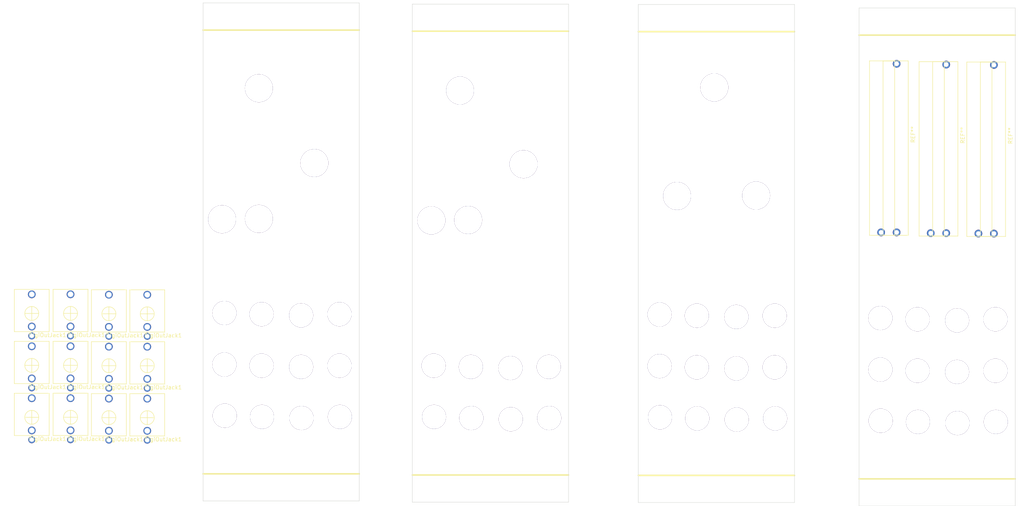
<source format=kicad_pcb>
(kicad_pcb (version 20211014) (generator pcbnew)
  (layers (0 "F.Cu" signal) (31 "B.Cu" signal) (34 "B.Paste" user) (35 "F.Paste" user) (36 "B.SilkS" user "B.Silkscreen") (37 "F.SilkS" user "F.Silkscreen") (38 "B.Mask" user) (39 "F.Mask" user) (44 "Edge.Cuts" user))
  (net 0 "")
  (footprint "Eurocad:Tayda A-1629 Slide Pot_30mm" (layer "F.Cu") (at 248 54.1 90)
    (fp_text reference "REF**" (at 3.75 6 90) (layer "F.SilkS"))
    (fp_text value "Tayda A-1629 Slide Pot_30mm")
    (fp_line (start -22.25 4.75) (end 22.75 4.75) (layer "F.SilkS") (width 0.15))
    (fp_line (start -22.25 -5.25) (end -22.25 4.75) (layer "F.SilkS") (width 0.15))
    (fp_line (start 22.75 -5.25) (end -22.25 -5.25) (layer "F.SilkS") (width 0.15))
    (fp_line (start 22.75 1.25) (end -22.25 1.25) (layer "F.SilkS") (width 0.15))
    (fp_line (start 22.75 4.75) (end 22.75 -5.25) (layer "F.SilkS") (width 0.15))
    (fp_line (start -22.25 -1.75) (end 22.75 -1.75) (layer "F.SilkS") (width 0.15))
    (fp_line (start 22.75 -1.75) (end 22.75 1.25) (layer "F.SilkS") (width 0.15))
    (fp_line (start -22.25 1.25) (end -22.25 -1.75) (layer "F.SilkS") (width 0.15))
    (pad "1" thru_hole circle locked (at -21.5 1.75 90) (size 2 2) (drill 1.2) (layers *.Cu *.Mask))
    (pad "2" thru_hole circle locked (at -21.5 -2.25 90) (size 2 2) (drill 1.2) (layers *.Cu *.Mask))
    (pad "3" thru_hole circle locked (at 22 1.75 90) (size 2 2) (drill 1.2) (layers *.Cu *.Mask))
  )
  (footprint "Eurocad:PJ301M-12_Compact" (layer "F.Cu") (at 33.7 96.4)
    (fp_text reference "DigiOutJack1" (at 4.064 5.588) (layer "F.SilkS"))
    (fp_text value "PJ301M-12_Compact")
    (fp_line (start -4.5 -6.2) (end 4.5 -6.2) (layer "F.SilkS") (width 0.15))
    (fp_line (start -4.5 -6.2) (end -4.5 4.7) (layer "F.SilkS") (width 0.15))
    (fp_line (start 4.5 -6.2) (end 4.5 4.7) (layer "F.SilkS") (width 0.15))
    (fp_line (start -4.5 4.7) (end 4.5 4.7) (layer "F.SilkS") (width 0.15))
    (fp_line (start 0 -1.8) (end 0 1.8) (layer "F.SilkS") (width 0.15))
    (fp_line (start -1.8 0) (end 1.8 0) (layer "F.SilkS") (width 0.15))
    (fp_circle (center 0 0) (end 1.8 0) (layer "F.SilkS") (width 0.15) (fill none))
    (pad "1" thru_hole circle locked (at 0 5.8) (size 1.8 1.8) (drill 1.1) (layers *.Cu *.Mask))
    (pad "2" thru_hole circle locked (at 0 3.38) (size 2 2) (drill 1.4) (layers *.Cu *.Mask))
    (pad "3" thru_hole circle locked (at 0 -4.92) (size 2 2) (drill 1.4) (layers *.Cu *.Mask))
  )
  (footprint "Eurocad:Tayda A-1629 Slide Pot_30mm" (layer "F.Cu") (at 260.3 54.2 90)
    (fp_text reference "REF**" (at 3.75 6 90) (layer "F.SilkS"))
    (fp_text value "Tayda A-1629 Slide Pot_30mm")
    (fp_line (start -22.25 4.75) (end 22.75 4.75) (layer "F.SilkS") (width 0.15))
    (fp_line (start -22.25 -5.25) (end -22.25 4.75) (layer "F.SilkS") (width 0.15))
    (fp_line (start 22.75 -5.25) (end -22.25 -5.25) (layer "F.SilkS") (width 0.15))
    (fp_line (start 22.75 1.25) (end -22.25 1.25) (layer "F.SilkS") (width 0.15))
    (fp_line (start 22.75 4.75) (end 22.75 -5.25) (layer "F.SilkS") (width 0.15))
    (fp_line (start -22.25 -1.75) (end 22.75 -1.75) (layer "F.SilkS") (width 0.15))
    (fp_line (start 22.75 -1.75) (end 22.75 1.25) (layer "F.SilkS") (width 0.15))
    (fp_line (start -22.25 1.25) (end -22.25 -1.75) (layer "F.SilkS") (width 0.15))
    (pad "1" thru_hole circle locked (at -21.5 1.75 90) (size 2 2) (drill 1.2) (layers *.Cu *.Mask))
    (pad "2" thru_hole circle locked (at -21.5 -2.25 90) (size 2 2) (drill 1.2) (layers *.Cu *.Mask))
    (pad "3" thru_hole circle locked (at 22 1.75 90) (size 2 2) (drill 1.2) (layers *.Cu *.Mask))
  )
  (footprint "Eurocad:Eurorack_jack_hole" (layer "F.Cu") (at 185.5 123.4)
    (fp_text reference "Ref**" hide)
    (fp_text value "Eurorack jack hole")
    (pad "1" thru_hole circle locked (at 0 0) (size 6.2 6.2) (drill 6.2) (layers *.Cu *.Mask))
  )
  (footprint "Eurocad:Eurorack_jack_hole" (layer "F.Cu") (at 175.9 123.1)
    (fp_text reference "Ref**" hide)
    (fp_text value "Eurorack jack hole")
    (pad "1" thru_hole circle locked (at 0 0) (size 6.2 6.2) (drill 6.2) (layers *.Cu *.Mask))
  )
  (footprint "Eurocad:Eurorack_jack_hole" (layer "F.Cu") (at 242.35 111.1)
    (fp_text reference "Ref**" hide)
    (fp_text value "Eurorack jack hole")
    (pad "1" thru_hole circle locked (at 0 0) (size 6.2 6.2) (drill 6.2) (layers *.Cu *.Mask))
  )
  (footprint "Eurocad:Eurorack_jack_hole" (layer "F.Cu") (at 195.6 110.5)
    (fp_text reference "Ref**" hide)
    (fp_text value "Eurorack jack hole")
    (pad "1" thru_hole circle locked (at 0 0) (size 6.2 6.2) (drill 6.2) (layers *.Cu *.Mask))
  )
  (footprint "Eurocad:Eurorack_jack_hole" (layer "F.Cu") (at 83.3 96.8)
    (fp_text reference "Ref**" hide)
    (fp_text value "Eurorack jack hole")
    (pad "1" thru_hole circle locked (at 0 0) (size 6.2 6.2) (drill 6.2) (layers *.Cu *.Mask))
  )
  (footprint "Eurocad:Pothole_MXR_white" (layer "F.Cu") (at 124.3 38.8)
    (fp_text reference "Ref**" hide)
    (fp_text value "Pothole_MXR_white")
    (pad "1" thru_hole circle (at 0 0) (size 7.2 7.2) (drill 7.2) (layers *.Cu *.Mask))
  )
  (footprint "Eurocad:Tayda A-1629 Slide Pot_30mm" (layer "F.Cu") (at 235.2 53.9 90)
    (fp_text reference "REF**" (at 3.75 6 90) (layer "F.SilkS"))
    (fp_text value "Tayda A-1629 Slide Pot_30mm")
    (fp_line (start -22.25 4.75) (end 22.75 4.75) (layer "F.SilkS") (width 0.15))
    (fp_line (start -22.25 -5.25) (end -22.25 4.75) (layer "F.SilkS") (width 0.15))
    (fp_line (start 22.75 -5.25) (end -22.25 -5.25) (layer "F.SilkS") (width 0.15))
    (fp_line (start 22.75 1.25) (end -22.25 1.25) (layer "F.SilkS") (width 0.15))
    (fp_line (start 22.75 4.75) (end 22.75 -5.25) (layer "F.SilkS") (width 0.15))
    (fp_line (start -22.25 -1.75) (end 22.75 -1.75) (layer "F.SilkS") (width 0.15))
    (fp_line (start 22.75 -1.75) (end 22.75 1.25) (layer "F.SilkS") (width 0.15))
    (fp_line (start -22.25 1.25) (end -22.25 -1.75) (layer "F.SilkS") (width 0.15))
    (pad "1" thru_hole circle locked (at -21.5 1.75 90) (size 2 2) (drill 1.2) (layers *.Cu *.Mask))
    (pad "2" thru_hole circle locked (at -21.5 -2.25 90) (size 2 2) (drill 1.2) (layers *.Cu *.Mask))
    (pad "3" thru_hole circle locked (at 22 1.75 90) (size 2 2) (drill 1.2) (layers *.Cu *.Mask))
  )
  (footprint "Eurocad:Pothole_trimmer" (layer "F.Cu") (at 62.9 72)
    (fp_text reference "Ref**" hide)
    (fp_text value "Pothole_trimmer")
    (pad "1" thru_hole circle (at 0 0) (size 7.2 7.2) (drill 7.2) (layers *.Cu *.Mask))
  )
  (footprint "Eurocad:Eurorack_jack_hole" (layer "F.Cu") (at 63.6 122.7)
    (fp_text reference "Ref**" hide)
    (fp_text value "Eurorack jack hole")
    (pad "1" thru_hole circle locked (at 0 0) (size 6.2 6.2) (drill 6.2) (layers *.Cu *.Mask))
  )
  (footprint "Eurocad:Pothole_trimmer" (layer "F.Cu") (at 126.4 72.2)
    (fp_text reference "Ref**" hide)
    (fp_text value "Pothole_trimmer")
    (pad "1" thru_hole circle (at 0 0) (size 7.2 7.2) (drill 7.2) (layers *.Cu *.Mask))
  )
  (footprint "Eurocad:Eurorack_jack_hole" (layer "F.Cu") (at 185.4 96.9)
    (fp_text reference "Ref**" hide)
    (fp_text value "Eurorack jack hole")
    (pad "1" thru_hole circle locked (at 0 0) (size 6.2 6.2) (drill 6.2) (layers *.Cu *.Mask))
  )
  (footprint "Eurocad:PJ301M-12_Compact" (layer "F.Cu") (at 43.6 96.4125)
    (fp_text reference "DigiOutJack1" (at 4.064 5.588) (layer "F.SilkS"))
    (fp_text value "PJ301M-12_Compact")
    (fp_line (start -4.5 -6.2) (end 4.5 -6.2) (layer "F.SilkS") (width 0.15))
    (fp_line (start -4.5 -6.2) (end -4.5 4.7) (layer "F.SilkS") (width 0.15))
    (fp_line (start 4.5 -6.2) (end 4.5 4.7) (layer "F.SilkS") (width 0.15))
    (fp_line (start -4.5 4.7) (end 4.5 4.7) (layer "F.SilkS") (width 0.15))
    (fp_line (start 0 -1.8) (end 0 1.8) (layer "F.SilkS") (width 0.15))
    (fp_line (start -1.8 0) (end 1.8 0) (layer "F.SilkS") (width 0.15))
    (fp_circle (center 0 0) (end 1.8 0) (layer "F.SilkS") (width 0.15) (fill none))
    (pad "1" thru_hole circle locked (at 0 5.8) (size 1.8 1.8) (drill 1.1) (layers *.Cu *.Mask))
    (pad "2" thru_hole circle locked (at 0 3.38) (size 2 2) (drill 1.4) (layers *.Cu *.Mask))
    (pad "3" thru_hole circle locked (at 0 -4.92) (size 2 2) (drill 1.4) (layers *.Cu *.Mask))
  )
  (footprint "Eurocad:Eurorack_jack_hole" (layer "F.Cu") (at 137.4 123.6)
    (fp_text reference "Ref**" hide)
    (fp_text value "Eurorack jack hole")
    (pad "1" thru_hole circle locked (at 0 0) (size 6.2 6.2) (drill 6.2) (layers *.Cu *.Mask))
  )
  (footprint "Eurocad:Eurorack_jack_hole" (layer "F.Cu") (at 73.1 109.8)
    (fp_text reference "Ref**" hide)
    (fp_text value "Eurorack jack hole")
    (pad "1" thru_hole circle locked (at 0 0) (size 6.2 6.2) (drill 6.2) (layers *.Cu *.Mask))
  )
  (footprint "Eurocad:Eurorack_jack_hole" (layer "F.Cu") (at 175.8 96.6)
    (fp_text reference "Ref**" hide)
    (fp_text value "Eurorack jack hole")
    (pad "1" thru_hole circle locked (at 0 0) (size 6.2 6.2) (drill 6.2) (layers *.Cu *.Mask))
  )
  (footprint "Eurocad:Eurorack_jack_hole" (layer "F.Cu") (at 232.75 97.5)
    (fp_text reference "Ref**" hide)
    (fp_text value "Eurorack jack hole")
    (pad "1" thru_hole circle locked (at 0 0) (size 6.2 6.2) (drill 6.2) (layers *.Cu *.Mask))
  )
  (footprint "Eurocad:Eurorack_jack_hole" (layer "F.Cu") (at 137.3 110.4)
    (fp_text reference "Ref**" hide)
    (fp_text value "Eurorack jack hole")
    (pad "1" thru_hole circle locked (at 0 0) (size 6.2 6.2) (drill 6.2) (layers *.Cu *.Mask))
  )
  (footprint "Eurocad:Eurorack_jack_hole" (layer "F.Cu") (at 242.45 124.3)
    (fp_text reference "Ref**" hide)
    (fp_text value "Eurorack jack hole")
    (pad "1" thru_hole circle locked (at 0 0) (size 6.2 6.2) (drill 6.2) (layers *.Cu *.Mask))
  )
  (footprint "Eurocad:PJ301M-12_Compact" (layer "F.Cu") (at 13.8 96.3125)
    (fp_text reference "DigiOutJack1" (at 4.064 5.588) (layer "F.SilkS"))
    (fp_text value "PJ301M-12_Compact")
    (fp_line (start -4.5 -6.2) (end 4.5 -6.2) (layer "F.SilkS") (width 0.15))
    (fp_line (start -4.5 -6.2) (end -4.5 4.7) (layer "F.SilkS") (width 0.15))
    (fp_line (start 4.5 -6.2) (end 4.5 4.7) (layer "F.SilkS") (width 0.15))
    (fp_line (start -4.5 4.7) (end 4.5 4.7) (layer "F.SilkS") (width 0.15))
    (fp_line (start 0 -1.8) (end 0 1.8) (layer "F.SilkS") (width 0.15))
    (fp_line (start -1.8 0) (end 1.8 0) (layer "F.SilkS") (width 0.15))
    (fp_circle (center 0 0) (end 1.8 0) (layer "F.SilkS") (width 0.15) (fill none))
    (pad "1" thru_hole circle locked (at 0 5.8) (size 1.8 1.8) (drill 1.1) (layers *.Cu *.Mask))
    (pad "2" thru_hole circle locked (at 0 3.38) (size 2 2) (drill 1.4) (layers *.Cu *.Mask))
    (pad "3" thru_hole circle locked (at 0 -4.92) (size 2 2) (drill 1.4) (layers *.Cu *.Mask))
  )
  (footprint "Eurocad:Eurorack_jack_hole" (layer "F.Cu") (at 252.55 98.1)
    (fp_text reference "Ref**" hide)
    (fp_text value "Eurorack jack hole")
    (pad "1" thru_hole circle locked (at 0 0) (size 6.2 6.2) (drill 6.2) (layers *.Cu *.Mask))
  )
  (footprint "Eurocad:Pothole_Davies1900H_white" (layer "F.Cu") (at 200.7 65.9)
    (fp_text reference "Ref**" hide)
    (fp_text value "Pothole_Davies1900H_white")
    (pad "1" thru_hole circle (at 0 0) (size 7.2 7.2) (drill 7.2) (layers *.Cu *.Mask))
  )
  (footprint "Eurocad:Pothole_trimmer" (layer "F.Cu") (at 72.4 71.9)
    (fp_text reference "Ref**" hide)
    (fp_text value "Pothole_trimmer")
    (pad "1" thru_hole circle (at 0 0) (size 7.2 7.2) (drill 7.2) (layers *.Cu *.Mask))
  )
  (footprint "Eurocad:Eurorack_jack_hole" (layer "F.Cu") (at 93.3 123)
    (fp_text reference "Ref**" hide)
    (fp_text value "Eurorack jack hole")
    (pad "1" thru_hole circle locked (at 0 0) (size 6.2 6.2) (drill 6.2) (layers *.Cu *.Mask))
  )
  (footprint "Eurocad:Eurorack_jack_hole" (layer "F.Cu") (at 175.8 109.9)
    (fp_text reference "Ref**" hide)
    (fp_text value "Eurorack jack hole")
    (pad "1" thru_hole circle locked (at 0 0) (size 6.2 6.2) (drill 6.2) (layers *.Cu *.Mask))
  )
  (footprint "Eurocad:Pothole_MXR_white" (layer "F.Cu") (at 72.4 38.2)
    (fp_text reference "Ref**" hide)
    (fp_text value "Pothole_MXR_white")
    (pad "1" thru_hole circle (at 0 0) (size 7.2 7.2) (drill 7.2) (layers *.Cu *.Mask))
  )
  (footprint "Eurocad:PJ301M-12_Compact" (layer "F.Cu") (at 33.7 123.2)
    (fp_text reference "DigiOutJack1" (at 4.064 5.588) (layer "F.SilkS"))
    (fp_text value "PJ301M-12_Compact")
    (fp_line (start -4.5 -6.2) (end 4.5 -6.2) (layer "F.SilkS") (width 0.15))
    (fp_line (start -4.5 -6.2) (end -4.5 4.7) (layer "F.SilkS") (width 0.15))
    (fp_line (start 4.5 -6.2) (end 4.5 4.7) (layer "F.SilkS") (width 0.15))
    (fp_line (start -4.5 4.7) (end 4.5 4.7) (layer "F.SilkS") (width 0.15))
    (fp_line (start 0 -1.8) (end 0 1.8) (layer "F.SilkS") (width 0.15))
    (fp_line (start -1.8 0) (end 1.8 0) (layer "F.SilkS") (width 0.15))
    (fp_circle (center 0 0) (end 1.8 0) (layer "F.SilkS") (width 0.15) (fill none))
    (pad "1" thru_hole circle locked (at 0 5.8) (size 1.8 1.8) (drill 1.1) (layers *.Cu *.Mask))
    (pad "2" thru_hole circle locked (at 0 3.38) (size 2 2) (drill 1.4) (layers *.Cu *.Mask))
    (pad "3" thru_hole circle locked (at 0 -4.92) (size 2 2) (drill 1.4) (layers *.Cu *.Mask))
  )
  (footprint "Eurocad:Eurorack_jack_hole" (layer "F.Cu") (at 195.7 123.7)
    (fp_text reference "Ref**" hide)
    (fp_text value "Eurorack jack hole")
    (pad "1" thru_hole circle locked (at 0 0) (size 6.2 6.2) (drill 6.2) (layers *.Cu *.Mask))
  )
  (footprint "Eurocad:PJ301M-12_Compact" (layer "F.Cu") (at 33.7 109.8)
    (fp_text reference "DigiOutJack1" (at 4.064 5.588) (layer "F.SilkS"))
    (fp_text value "PJ301M-12_Compact")
    (fp_line (start -4.5 -6.2) (end 4.5 -6.2) (layer "F.SilkS") (width 0.15))
    (fp_line (start -4.5 -6.2) (end -4.5 4.7) (layer "F.SilkS") (width 0.15))
    (fp_line (start 4.5 -6.2) (end 4.5 4.7) (layer "F.SilkS") (width 0.15))
    (fp_line (start -4.5 4.7) (end 4.5 4.7) (layer "F.SilkS") (width 0.15))
    (fp_line (start 0 -1.8) (end 0 1.8) (layer "F.SilkS") (width 0.15))
    (fp_line (start -1.8 0) (end 1.8 0) (layer "F.SilkS") (width 0.15))
    (fp_circle (center 0 0) (end 1.8 0) (layer "F.SilkS") (width 0.15) (fill none))
    (pad "1" thru_hole circle locked (at 0 5.8) (size 1.8 1.8) (drill 1.1) (layers *.Cu *.Mask))
    (pad "2" thru_hole circle locked (at 0 3.38) (size 2 2) (drill 1.4) (layers *.Cu *.Mask))
    (pad "3" thru_hole circle locked (at 0 -4.92) (size 2 2) (drill 1.4) (layers *.Cu *.Mask))
  )
  (footprint "Eurocad:PJ301M-12_Compact" (layer "F.Cu") (at 13.8 109.7125)
    (fp_text reference "DigiOutJack1" (at 4.064 5.588) (layer "F.SilkS"))
    (fp_text value "PJ301M-12_Compact")
    (fp_line (start -4.5 -6.2) (end 4.5 -6.2) (layer "F.SilkS") (width 0.15))
    (fp_line (start -4.5 -6.2) (end -4.5 4.7) (layer "F.SilkS") (width 0.15))
    (fp_line (start 4.5 -6.2) (end 4.5 4.7) (layer "F.SilkS") (width 0.15))
    (fp_line (start -4.5 4.7) (end 4.5 4.7) (layer "F.SilkS") (width 0.15))
    (fp_line (start 0 -1.8) (end 0 1.8) (layer "F.SilkS") (width 0.15))
    (fp_line (start -1.8 0) (end 1.8 0) (layer "F.SilkS") (width 0.15))
    (fp_circle (center 0 0) (end 1.8 0) (layer "F.SilkS") (width 0.15) (fill none))
    (pad "1" thru_hole circle locked (at 0 5.8) (size 1.8 1.8) (drill 1.1) (layers *.Cu *.Mask))
    (pad "2" thru_hole circle locked (at 0 3.38) (size 2 2) (drill 1.4) (layers *.Cu *.Mask))
    (pad "3" thru_hole circle locked (at 0 -4.92) (size 2 2) (drill 1.4) (layers *.Cu *.Mask))
  )
  (footprint "Eurocad:PJ301M-12_Compact" (layer "F.Cu") (at 43.6 109.8125)
    (fp_text reference "DigiOutJack1" (at 4.064 5.588) (layer "F.SilkS"))
    (fp_text value "PJ301M-12_Compact")
    (fp_line (start -4.5 -6.2) (end 4.5 -6.2) (layer "F.SilkS") (width 0.15))
    (fp_line (start -4.5 -6.2) (end -4.5 4.7) (layer "F.SilkS") (width 0.15))
    (fp_line (start 4.5 -6.2) (end 4.5 4.7) (layer "F.SilkS") (width 0.15))
    (fp_line (start -4.5 4.7) (end 4.5 4.7) (layer "F.SilkS") (width 0.15))
    (fp_line (start 0 -1.8) (end 0 1.8) (layer "F.SilkS") (width 0.15))
    (fp_line (start -1.8 0) (end 1.8 0) (layer "F.SilkS") (width 0.15))
    (fp_circle (center 0 0) (end 1.8 0) (layer "F.SilkS") (width 0.15) (fill none))
    (pad "1" thru_hole circle locked (at 0 5.8) (size 1.8 1.8) (drill 1.1) (layers *.Cu *.Mask))
    (pad "2" thru_hole circle locked (at 0 3.38) (size 2 2) (drill 1.4) (layers *.Cu *.Mask))
    (pad "3" thru_hole circle locked (at 0 -4.92) (size 2 2) (drill 1.4) (layers *.Cu *.Mask))
  )
  (footprint "Eurocad:Eurorack_jack_hole" (layer "F.Cu") (at 262.45 97.8)
    (fp_text reference "Ref**" hide)
    (fp_text value "Eurorack jack hole")
    (pad "1" thru_hole circle locked (at 0 0) (size 6.2 6.2) (drill 6.2) (layers *.Cu *.Mask))
  )
  (footprint "Eurocad:Eurorack_jack_hole" (layer "F.Cu") (at 63.5 96.2)
    (fp_text reference "Ref**" hide)
    (fp_text value "Eurorack jack hole")
    (pad "1" thru_hole circle locked (at 0 0) (size 6.2 6.2) (drill 6.2) (layers *.Cu *.Mask))
  )
  (footprint "Eurocad:Pothole_Davies1900H_white" (layer "F.Cu") (at 86.7 57.5)
    (fp_text reference "Ref**" hide)
    (fp_text value "Pothole_Davies1900H_white")
    (pad "1" thru_hole circle (at 0 0) (size 7.2 7.2) (drill 7.2) (layers *.Cu *.Mask))
  )
  (footprint "Eurocad:Eurorack_jack_hole" (layer "F.Cu") (at 147.2 110.1)
    (fp_text reference "Ref**" hide)
    (fp_text value "Eurorack jack hole")
    (pad "1" thru_hole circle locked (at 0 0) (size 6.2 6.2) (drill 6.2) (layers *.Cu *.Mask))
  )
  (footprint "Eurocad:PJ301M-12_Compact" (layer "F.Cu") (at 13.8 123.1125)
    (fp_text reference "DigiOutJack1" (at 4.064 5.588) (layer "F.SilkS"))
    (fp_text value "PJ301M-12_Compact")
    (fp_line (start -4.5 -6.2) (end 4.5 -6.2) (layer "F.SilkS") (width 0.15))
    (fp_line (start -4.5 -6.2) (end -4.5 4.7) (layer "F.SilkS") (width 0.15))
    (fp_line (start 4.5 -6.2) (end 4.5 4.7) (layer "F.SilkS") (width 0.15))
    (fp_line (start -4.5 4.7) (end 4.5 4.7) (layer "F.SilkS") (width 0.15))
    (fp_line (start 0 -1.8) (end 0 1.8) (layer "F.SilkS") (width 0.15))
    (fp_line (start -1.8 0) (end 1.8 0) (layer "F.SilkS") (width 0.15))
    (fp_circle (center 0 0) (end 1.8 0) (layer "F.SilkS") (width 0.15) (fill none))
    (pad "1" thru_hole circle locked (at 0 5.8) (size 1.8 1.8) (drill 1.1) (layers *.Cu *.Mask))
    (pad "2" thru_hole circle locked (at 0 3.38) (size 2 2) (drill 1.4) (layers *.Cu *.Mask))
    (pad "3" thru_hole circle locked (at 0 -4.92) (size 2 2) (drill 1.4) (layers *.Cu *.Mask))
  )
  (footprint "Eurocad:Eurorack_jack_hole" (layer "F.Cu") (at 205.5 110.2)
    (fp_text reference "Ref**" hide)
    (fp_text value "Eurorack jack hole")
    (pad "1" thru_hole circle locked (at 0 0) (size 6.2 6.2) (drill 6.2) (layers *.Cu *.Mask))
  )
  (footprint "Eurocad:PJ301M-12_Compact" (layer "F.Cu") (at 43.6 123.2125)
    (fp_text reference "DigiOutJack1" (at 4.064 5.588) (layer "F.SilkS"))
    (fp_text value "PJ301M-12_Compact")
    (fp_line (start -4.5 -6.2) (end 4.5 -6.2) (layer "F.SilkS") (width 0.15))
    (fp_line (start -4.5 -6.2) (end -4.5 4.7) (layer "F.SilkS") (width 0.15))
    (fp_line (start 4.5 -6.2) (end 4.5 4.7) (layer "F.SilkS") (width 0.15))
    (fp_line (start -4.5 4.7) (end 4.5 4.7) (layer "F.SilkS") (width 0.15))
    (fp_line (start 0 -1.8) (end 0 1.8) (layer "F.SilkS") (width 0.15))
    (fp_line (start -1.8 0) (end 1.8 0) (layer "F.SilkS") (width 0.15))
    (fp_circle (center 0 0) (end 1.8 0) (layer "F.SilkS") (width 0.15) (fill none))
    (pad "1" thru_hole circle locked (at 0 5.8) (size 1.8 1.8) (drill 1.1) (layers *.Cu *.Mask))
    (pad "2" thru_hole circle locked (at 0 3.38) (size 2 2) (drill 1.4) (layers *.Cu *.Mask))
    (pad "3" thru_hole circle locked (at 0 -4.92) (size 2 2) (drill 1.4) (layers *.Cu *.Mask))
  )
  (footprint "Eurocad:Eurorack_jack_hole" (layer "F.Cu") (at 262.55 124.3)
    (fp_text reference "Ref**" hide)
    (fp_text value "Eurorack jack hole")
    (pad "1" thru_hole circle locked (at 0 0) (size 6.2 6.2) (drill 6.2) (layers *.Cu *.Mask))
  )
  (footprint "Eurocad:Eurorack_jack_hole" (layer "F.Cu") (at 185.4 110.2)
    (fp_text reference "Ref**" hide)
    (fp_text value "Eurorack jack hole")
    (pad "1" thru_hole circle locked (at 0 0) (size 6.2 6.2) (drill 6.2) (layers *.Cu *.Mask))
  )
  (footprint "Eurocad:PJ301M-12_Compact" (layer "F.Cu") (at 23.8 109.7)
    (fp_text reference "DigiOutJack1" (at 4.064 5.588) (layer "F.SilkS"))
    (fp_text value "PJ301M-12_Compact")
    (fp_line (start -4.5 -6.2) (end 4.5 -6.2) (layer "F.SilkS") (width 0.15))
    (fp_line (start -4.5 -6.2) (end -4.5 4.7) (layer "F.SilkS") (width 0.15))
    (fp_line (start 4.5 -6.2) (end 4.5 4.7) (layer "F.SilkS") (width 0.15))
    (fp_line (start -4.5 4.7) (end 4.5 4.7) (layer "F.SilkS") (width 0.15))
    (fp_line (start 0 -1.8) (end 0 1.8) (layer "F.SilkS") (width 0.15))
    (fp_line (start -1.8 0) (end 1.8 0) (layer "F.SilkS") (width 0.15))
    (fp_circle (center 0 0) (end 1.8 0) (layer "F.SilkS") (width 0.15) (fill none))
    (pad "1" thru_hole circle locked (at 0 5.8) (size 1.8 1.8) (drill 1.1) (layers *.Cu *.Mask))
    (pad "2" thru_hole circle locked (at 0 3.38) (size 2 2) (drill 1.4) (layers *.Cu *.Mask))
    (pad "3" thru_hole circle locked (at 0 -4.92) (size 2 2) (drill 1.4) (layers *.Cu *.Mask))
  )
  (footprint "Eurocad:Eurorack_jack_hole" (layer "F.Cu") (at 232.85 124)
    (fp_text reference "Ref**" hide)
    (fp_text value "Eurorack jack hole")
    (pad "1" thru_hole circle locked (at 0 0) (size 6.2 6.2) (drill 6.2) (layers *.Cu *.Mask))
  )
  (footprint "Eurocad:Eurorack_jack_hole" (layer "F.Cu") (at 127.2 123.3)
    (fp_text reference "Ref**" hide)
    (fp_text value "Eurorack jack hole")
    (pad "1" thru_hole circle locked (at 0 0) (size 6.2 6.2) (drill 6.2) (layers *.Cu *.Mask))
  )
  (footprint "Eurocad:Eurorack_jack_hole" (layer "F.Cu") (at 127.1 110.1)
    (fp_text reference "Ref**" hide)
    (fp_text value "Eurorack jack hole")
    (pad "1" thru_hole circle locked (at 0 0) (size 6.2 6.2) (drill 6.2) (layers *.Cu *.Mask))
  )
  (footprint "Eurocad:Eurorack_jack_hole" (layer "F.Cu") (at 117.6 123)
    (fp_text reference "Ref**" hide)
    (fp_text value "Eurorack jack hole")
    (pad "1" thru_hole circle locked (at 0 0) (size 6.2 6.2) (drill 6.2) (layers *.Cu *.Mask))
  )
  (footprint "Eurocad:Pothole_trimmer" (layer "F.Cu") (at 116.9 72.3)
    (fp_text reference "Ref**" hide)
    (fp_text value "Pothole_trimmer")
    (pad "1" thru_hole circle (at 0 0) (size 7.2 7.2) (drill 7.2) (layers *.Cu *.Mask))
  )
  (footprint "Eurocad:PJ301M-12_Compact" (layer "F.Cu") (at 23.8 123.1)
    (fp_text reference "DigiOutJack1" (at 4.064 5.588) (layer "F.SilkS"))
    (fp_text value "PJ301M-12_Compact")
    (fp_line (start -4.5 -6.2) (end 4.5 -6.2) (layer "F.SilkS") (width 0.15))
    (fp_line (start -4.5 -6.2) (end -4.5 4.7) (layer "F.SilkS") (width 0.15))
    (fp_line (start 4.5 -6.2) (end 4.5 4.7) (layer "F.SilkS") (width 0.15))
    (fp_line (start -4.5 4.7) (end 4.5 4.7) (layer "F.SilkS") (width 0.15))
    (fp_line (start 0 -1.8) (end 0 1.8) (layer "F.SilkS") (width 0.15))
    (fp_line (start -1.8 0) (end 1.8 0) (layer "F.SilkS") (width 0.15))
    (fp_circle (center 0 0) (end 1.8 0) (layer "F.SilkS") (width 0.15) (fill none))
    (pad "1" thru_hole circle locked (at 0 5.8) (size 1.8 1.8) (drill 1.1) (layers *.Cu *.Mask))
    (pad "2" thru_hole circle locked (at 0 3.38) (size 2 2) (drill 1.4) (layers *.Cu *.Mask))
    (pad "3" thru_hole circle locked (at 0 -4.92) (size 2 2) (drill 1.4) (layers *.Cu *.Mask))
  )
  (footprint "Eurocad:Eurorack_jack_hole" (layer "F.Cu") (at 252.65 124.6)
    (fp_text reference "Ref**" hide)
    (fp_text value "Eurorack jack hole")
    (pad "1" thru_hole circle locked (at 0 0) (size 6.2 6.2) (drill 6.2) (layers *.Cu *.Mask))
  )
  (footprint "Eurocad:Eurorack_jack_hole" (layer "F.Cu") (at 147.3 123.3)
    (fp_text reference "Ref**" hide)
    (fp_text value "Eurorack jack hole")
    (pad "1" thru_hole circle locked (at 0 0) (size 6.2 6.2) (drill 6.2) (layers *.Cu *.Mask))
  )
  (footprint "Eurocad:Pothole_Davies1900H_white" (layer "F.Cu") (at 140.7 57.8)
    (fp_text reference "Ref**" hide)
    (fp_text value "Pothole_Davies1900H_white")
    (pad "1" thru_hole circle (at 0 0) (size 7.2 7.2) (drill 7.2) (layers *.Cu *.Mask))
  )
  (footprint "Eurocad:Eurorack_jack_hole" (layer "F.Cu") (at 93.2 96.5)
    (fp_text reference "Ref**" hide)
    (fp_text value "Eurorack jack hole")
    (pad "1" thru_hole circle locked (at 0 0) (size 6.2 6.2) (drill 6.2) (layers *.Cu *.Mask))
  )
  (footprint "Eurocad:Eurorack_jack_hole" (layer "F.Cu") (at 195.6 97.2)
    (fp_text reference "Ref**" hide)
    (fp_text value "Eurorack jack hole")
    (pad "1" thru_hole circle locked (at 0 0) (size 6.2 6.2) (drill 6.2) (layers *.Cu *.Mask))
  )
  (footprint "Eurocad:PJ301M-12_Compact" (layer "F.Cu") (at 23.8 96.3)
    (fp_text reference "DigiOutJack1" (at 4.064 5.588) (layer "F.SilkS"))
    (fp_text value "PJ301M-12_Compact")
    (fp_line (start -4.5 -6.2) (end 4.5 -6.2) (layer "F.SilkS") (width 0.15))
    (fp_line (start -4.5 -6.2) (end -4.5 4.7) (layer "F.SilkS") (width 0.15))
    (fp_line (start 4.5 -6.2) (end 4.5 4.7) (layer "F.SilkS") (width 0.15))
    (fp_line (start -4.5 4.7) (end 4.5 4.7) (layer "F.SilkS") (width 0.15))
    (fp_line (start 0 -1.8) (end 0 1.8) (layer "F.SilkS") (width 0.15))
    (fp_line (start -1.8 0) (end 1.8 0) (layer "F.SilkS") (width 0.15))
    (fp_circle (center 0 0) (end 1.8 0) (layer "F.SilkS") (width 0.15) (fill none))
    (pad "1" thru_hole circle locked (at 0 5.8) (size 1.8 1.8) (drill 1.1) (layers *.Cu *.Mask))
    (pad "2" thru_hole circle locked (at 0 3.38) (size 2 2) (drill 1.4) (layers *.Cu *.Mask))
    (pad "3" thru_hole circle locked (at 0 -4.92) (size 2 2) (drill 1.4) (layers *.Cu *.Mask))
  )
  (footprint "Eurocad:Eurorack_jack_hole" (layer "F.Cu") (at 205.5 96.9)
    (fp_text reference "Ref**" hide)
    (fp_text value "Eurorack jack hole")
    (pad "1" thru_hole circle locked (at 0 0) (size 6.2 6.2) (drill 6.2) (layers *.Cu *.Mask))
  )
  (footprint "Eurocad:Eurorack_jack_hole" (layer "F.Cu") (at 232.75 110.8)
    (fp_text reference "Ref**" hide)
    (fp_text value "Eurorack jack hole")
    (pad "1" thru_hole circle locked (at 0 0) (size 6.2 6.2) (drill 6.2) (layers *.Cu *.Mask))
  )
  (footprint "Eurocad:Eurorack_jack_hole" (layer "F.Cu") (at 252.55 111.4)
    (fp_text reference "Ref**" hide)
    (fp_text value "Eurorack jack hole")
    (pad "1" thru_hole circle locked (at 0 0) (size 6.2 6.2) (drill 6.2) (layers *.Cu *.Mask))
  )
  (footprint "Eurocad:Eurorack_jack_hole" (layer "F.Cu") (at 93.2 109.8)
    (fp_text reference "Ref**" hide)
    (fp_text value "Eurorack jack hole")
    (pad "1" thru_hole circle locked (at 0 0) (size 6.2 6.2) (drill 6.2) (layers *.Cu *.Mask))
  )
  (footprint "Eurocad:Eurorack_jack_hole" (layer "F.Cu") (at 73.1 96.5)
    (fp_text reference "Ref**" hide)
    (fp_text value "Eurorack jack hole")
    (pad "1" thru_hole circle locked (at 0 0) (size 6.2 6.2) (drill 6.2) (layers *.Cu *.Mask))
  )
  (footprint "Eurocad:Eurorack_jack_hole" (layer "F.Cu") (at 63.5 109.5)
    (fp_text reference "Ref**" hide)
    (fp_text value "Eurorack jack hole")
    (pad "1" thru_hole circle locked (at 0 0) (size 6.2 6.2) (drill 6.2) (layers *.Cu *.Mask))
  )
  (footprint "Eurocad:Pothole_MXR_white" (layer "F.Cu") (at 189.9 38)
    (fp_text reference "Ref**" hide)
    (fp_text value "Pothole_MXR_white")
    (pad "1" thru_hole circle (at 0 0) (size 7.2 7.2) (drill 7.2) (layers *.Cu *.Mask))
  )
  (footprint "Eurocad:Eurorack_jack_hole" (layer "F.Cu") (at 117.5 109.8)
    (fp_text reference "Ref**" hide)
    (fp_text value "Eurorack jack hole")
    (pad "1" thru_hole circle locked (at 0 0) (size 6.2 6.2) (drill 6.2) (layers *.Cu *.Mask))
  )
  (footprint "Eurocad:Eurorack_jack_hole" (layer "F.Cu") (at 205.6 123.4)
    (fp_text reference "Ref**" hide)
    (fp_text value "Eurorack jack hole")
    (pad "1" thru_hole circle locked (at 0 0) (size 6.2 6.2) (drill 6.2) (layers *.Cu *.Mask))
  )
  (footprint "Eurocad:Eurorack_jack_hole" (layer "F.Cu") (at 73.2 123)
    (fp_text reference "Ref**" hide)
    (fp_text value "Eurorack jack hole")
    (pad "1" thru_hole circle locked (at 0 0) (size 6.2 6.2) (drill 6.2) (layers *.Cu *.Mask))
  )
  (footprint "Eurocad:Eurorack_jack_hole" (layer "F.Cu") (at 262.45 111.1)
    (fp_text reference "Ref**" hide)
    (fp_text value "Eurorack jack hole")
    (pad "1" thru_hole circle locked (at 0 0) (size 6.2 6.2) (drill 6.2) (layers *.Cu *.Mask))
  )
  (footprint "Eurocad:Eurorack_jack_hole" (layer "F.Cu") (at 83.3 110.1)
    (fp_text reference "Ref**" hide)
    (fp_text value "Eurorack jack hole")
    (pad "1" thru_hole circle locked (at 0 0) (size 6.2 6.2) (drill 6.2) (layers *.Cu *.Mask))
  )
  (footprint "Eurocad:Eurorack_jack_hole" (layer "F.Cu") (at 83.4 123.3)
    (fp_text reference "Ref**" hide)
    (fp_text value "Eurorack jack hole")
    (pad "1" thru_hole circle locked (at 0 0) (size 6.2 6.2) (drill 6.2) (layers *.Cu *.Mask))
  )
  (footprint "Eurocad:Pothole_Davies1900H_white" (layer "F.Cu") (at 180.3 66)
    (fp_text reference "Ref**" hide)
    (fp_text value "Pothole_Davies1900H_white")
    (pad "1" thru_hole circle (at 0 0) (size 7.2 7.2) (drill 7.2) (layers *.Cu *.Mask))
  )
  (footprint "Eurocad:Eurorack_jack_hole" (layer "F.Cu") (at 242.35 97.8)
    (fp_text reference "Ref**" hide)
    (fp_text value "Eurorack jack hole")
    (pad "1" thru_hole circle locked (at 0 0) (size 6.2 6.2) (drill 6.2) (layers *.Cu *.Mask))
  )
  (gr_line (start 227.25 139) (end 267.55 139) (layer "F.SilkS") (width 0.4))
  (gr_line (start 170.3 138.1) (end 210.6 138.1) (layer "F.SilkS") (width 0.4))
  (gr_line (start 170.3 23.6) (end 210.6 23.6) (layer "F.SilkS") (width 0.4))
  (gr_line (start 112 138) (end 152.3 138) (layer "F.SilkS") (width 0.4))
  (gr_line (start 227.25 24.5) (end 267.55 24.5) (layer "F.SilkS") (width 0.4))
  (gr_line (start 58 23.2) (end 98.3 23.2) (layer "F.SilkS") (width 0.4))
  (gr_line (start 58 137.7) (end 98.3 137.7) (layer "F.SilkS") (width 0.4))
  (gr_line (start 112 23.5) (end 152.3 23.5) (layer "F.SilkS") (width 0.4))
  (gr_line (start 227.25 17.5) (end 227.25 146) (layer "Edge.Cuts") (width 0.1))
  (gr_line (start 210.6 145.1) (end 170.3 145.1) (layer "Edge.Cuts") (width 0.1))
  (gr_line (start 152.3 31) (end 152.3 16.5) (layer "Edge.Cuts") (width 0.1))
  (gr_line (start 227.25 17.5) (end 267.55 17.5) (layer "Edge.Cuts") (width 0.1))
  (gr_line (start 152.3 145) (end 152.3 31) (layer "Edge.Cuts") (width 0.1))
  (gr_line (start 170.3 16.6) (end 170.3 145.1) (layer "Edge.Cuts") (width 0.1))
  (gr_line (start 112 16.5) (end 112 145) (layer "Edge.Cuts") (width 0.1))
  (gr_line (start 210.6 145.1) (end 210.6 31.1) (layer "Edge.Cuts") (width 0.1))
  (gr_line (start 58 16.2) (end 58 144.7) (layer "Edge.Cuts") (width 0.1))
  (gr_line (start 267.55 146) (end 267.55 32) (layer "Edge.Cuts") (width 0.1))
  (gr_line (start 267.55 32) (end 267.55 17.5) (layer "Edge.Cuts") (width 0.1))
  (gr_line (start 112 16.5) (end 152.3 16.5) (layer "Edge.Cuts") (width 0.1))
  (gr_line (start 170.3 16.6) (end 210.6 16.6) (layer "Edge.Cuts") (width 0.1))
  (gr_line (start 98.3 30.7) (end 98.3 16.2) (layer "Edge.Cuts") (width 0.1))
  (gr_line (start 58 16.2) (end 98.3 16.2) (layer "Edge.Cuts") (width 0.1))
  (gr_line (start 98.3 144.7) (end 58 144.7) (layer "Edge.Cuts") (width 0.1))
  (gr_line (start 267.55 146) (end 227.25 146) (layer "Edge.Cuts") (width 0.1))
  (gr_line (start 210.6 31.1) (end 210.6 16.6) (layer "Edge.Cuts") (width 0.1))
  (gr_line (start 152.3 145) (end 112 145) (layer "Edge.Cuts") (width 0.1))
  (gr_line (start 98.3 144.7) (end 98.3 30.7) (layer "Edge.Cuts") (width 0.1))
)
</source>
